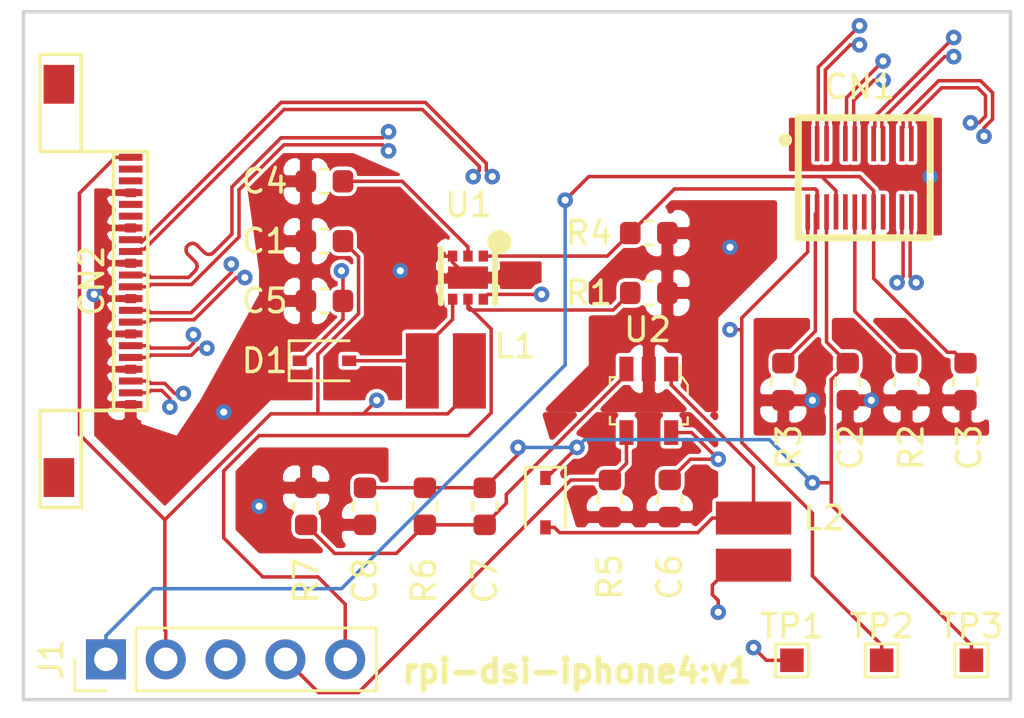
<source format=kicad_pcb>
(kicad_pcb (version 20171130) (host pcbnew "(5.0.0-3-g5ebb6b6)")
  (layers (0 F.Cu signal) (1 In1.Cu signal) (2 In2.Cu signal) (31 B.Cu signal) (35 F.Paste user) (37 F.SilkS user) (39 F.Mask user) (44 Edge.Cuts user))
  (net 0 "")
  (net 1 +3V3)
  (net 2 LCD_PWREN)
  (net 3 "Net-(C7-Pad2)")
  (net 4 GND)
  (net 5 "Net-(D2-Pad2)")
  (net 6 BL_DIM)
  (net 7 "Net-(D1-Pad2)")
  (net 8 "Net-(C4-Pad1)")
  (net 9 LCD_BL_FB)
  (net 10 LCD_BL_A)
  (net 11 DSI_L0_N)
  (net 12 DSI_L0_P)
  (net 13 LCD_PVDD)
  (net 14 +1V8)
  (net 15 DSI_L1_P)
  (net 16 "Net-(CN1-Pad10)")
  (net 17 DSI_L1_N)
  (net 18 /DSI_RESET_N)
  (net 19 "Net-(CN1-Pad14)")
  (net 20 DSI_CLK_P)
  (net 21 DSI_CLK_N)
  (net 22 "Net-(CN1-Pad18)")
  (net 23 DSI_L2_N)
  (net 24 DSI_L3_P)
  (net 25 DSI_L2_P)
  (net 26 DSI_L3_N)
  (net 27 "Net-(CN2-Pad2)")
  (net 28 "Net-(CN2-Pad3)")
  (net 29 "Net-(CN2-Pad5)")
  (net 30 "Net-(CN2-Pad6)")
  (module custom-components:IPHONE4_LCD_CONN (layer F.Cu) (at 171.39 47.64 90)
    (fp_text reference CN1 (at 3.81 0 180) (layer F.SilkS))
    (fp_text value iP4)
    (pad 26 smd rect (at -1.5 2.6 90) (size 1.5 0.2) (layers F.Cu F.Paste F.Mask) (net 4 GND))
    (pad 25 smd rect (at 1.4 2.6 90) (size 1.5 0.2) (layers F.Cu F.Paste F.Mask) (net 4 GND))
    (pad 24 smd rect (at -1.5 2.2 90) (size 1.5 0.2) (layers F.Cu F.Paste F.Mask) (net 26 DSI_L3_N))
    (pad 23 smd rect (at 1.4 2.2 90) (size 1.5 0.2) (layers F.Cu F.Paste F.Mask) (net 25 DSI_L2_P))
    (pad 22 smd rect (at -1.5 1.8 90) (size 1.5 0.2) (layers F.Cu F.Paste F.Mask) (net 24 DSI_L3_P))
    (pad 21 smd rect (at 1.4 1.8 90) (size 1.5 0.2) (layers F.Cu F.Paste F.Mask) (net 23 DSI_L2_N))
    (pad 20 smd rect (at -1.5 1.4 90) (size 1.5 0.2) (layers F.Cu F.Paste F.Mask) (net 4 GND))
    (pad 19 smd rect (at 1.4 1.4 90) (size 1.5 0.2) (layers F.Cu F.Paste F.Mask) (net 4 GND))
    (pad 18 smd rect (at -1.5 1 90) (size 1.5 0.2) (layers F.Cu F.Paste F.Mask) (net 22 "Net-(CN1-Pad18)"))
    (pad 17 smd rect (at 1.4 1 90) (size 1.5 0.2) (layers F.Cu F.Paste F.Mask) (net 21 DSI_CLK_N))
    (pad 16 smd rect (at -1.5 0.6 90) (size 1.5 0.2) (layers F.Cu F.Paste F.Mask) (net 14 +1V8))
    (pad 15 smd rect (at 1.4 0.6 90) (size 1.5 0.2) (layers F.Cu F.Paste F.Mask) (net 20 DSI_CLK_P))
    (pad 14 smd rect (at -1.5 0.2 90) (size 1.5 0.2) (layers F.Cu F.Paste F.Mask) (net 19 "Net-(CN1-Pad14)"))
    (pad 13 smd rect (at 1.4 0.2 90) (size 1.5 0.2) (layers F.Cu F.Paste F.Mask) (net 4 GND))
    (pad 12 smd rect (at -1.5 -0.2 90) (size 1.5 0.2) (layers F.Cu F.Paste F.Mask) (net 18 /DSI_RESET_N))
    (pad 11 smd rect (at 1.4 -0.2 90) (size 1.5 0.2) (layers F.Cu F.Paste F.Mask) (net 17 DSI_L1_N))
    (pad 10 smd rect (at -1.5 -0.6 90) (size 1.5 0.2) (layers F.Cu F.Paste F.Mask) (net 16 "Net-(CN1-Pad10)"))
    (pad 9 smd rect (at 1.4 -0.6 90) (size 1.5 0.2) (layers F.Cu F.Paste F.Mask) (net 15 DSI_L1_P))
    (pad 8 smd rect (at -1.5 -1 90) (size 1.5 0.2) (layers F.Cu F.Paste F.Mask) (net 14 +1V8))
    (pad 7 smd rect (at 1.4 -1 90) (size 1.5 0.2) (layers F.Cu F.Paste F.Mask) (net 4 GND))
    (pad 6 smd rect (at -1.5 -1.4 90) (size 1.5 0.2) (layers F.Cu F.Paste F.Mask) (net 13 LCD_PVDD))
    (pad 5 smd rect (at 1.4 -1.4 90) (size 1.5 0.2) (layers F.Cu F.Paste F.Mask) (net 12 DSI_L0_P))
    (pad 4 smd rect (at -1.5 -1.8 90) (size 1.5 0.2) (layers F.Cu F.Paste F.Mask) (net 9 LCD_BL_FB))
    (pad 3 smd rect (at 1.4 -1.8 90) (size 1.5 0.2) (layers F.Cu F.Paste F.Mask) (net 11 DSI_L0_N))
    (pad 2 smd rect (at -1.5 -2.2 90) (size 1.5 0.2) (layers F.Cu F.Paste F.Mask) (net 10 LCD_BL_A))
    (pad 1 smd rect (at 1.4 -2.2 90) (size 1.5 0.2) (layers F.Cu F.Paste F.Mask) (net 4 GND))
  )
  (module Capacitor_SMD:C_0603_1608Metric (layer F.Cu) (at 150.39 61.64 270)
    (fp_text reference C8 (at 3.155112 0 270) (layer F.SilkS))
    (fp_text value 1uF hide)
    (pad 2 smd roundrect (at 0.7875 0 270) (size 0.875 0.95) (layers F.Cu F.Paste F.Mask) (net 4 GND))
    (pad 1 smd roundrect (at -0.7875 0 270) (size 0.875 0.95) (layers F.Cu F.Paste F.Mask) (net 13 LCD_PVDD))
  )
  (module Capacitor_SMD:C_0603_1608Metric (layer F.Cu) (at 155.474413 61.64 270)
    (fp_text reference C7 (at 3.155112 0 270) (layer F.SilkS))
    (fp_text value 22pF hide)
    (pad 1 smd roundrect (at -0.7875 0 270) (size 0.875 0.95) (layers F.Cu F.Paste F.Mask) (net 13 LCD_PVDD))
    (pad 2 smd roundrect (at 0.7875 0 270) (size 0.875 0.95) (layers F.Cu F.Paste F.Mask) (net 3 "Net-(C7-Pad2)"))
  )
  (module Capacitor_SMD:C_0603_1608Metric (layer F.Cu) (at 163.33 61.31 270)
    (fp_text reference C6 (at 3.33 0 270) (layer F.SilkS))
    (fp_text value 4.7uF hide)
    (pad 2 smd roundrect (at 0.7875 0 270) (size 0.875 0.95) (layers F.Cu F.Paste F.Mask) (net 4 GND))
    (pad 1 smd roundrect (at -0.7875 0 270) (size 0.875 0.95) (layers F.Cu F.Paste F.Mask) (net 1 +3V3))
  )
  (module Capacitor_SMD:C_0603_1608Metric (layer F.Cu) (at 148.6675 52.92 180)
    (fp_text reference C5 (at 2.54 0 180) (layer F.SilkS))
    (fp_text value 1uF)
    (pad 1 smd roundrect (at -0.7875 0 180) (size 0.875 0.95) (layers F.Cu F.Paste F.Mask) (net 10 LCD_BL_A))
    (pad 2 smd roundrect (at 0.7875 0 180) (size 0.875 0.95) (layers F.Cu F.Paste F.Mask) (net 4 GND))
  )
  (module Capacitor_SMD:C_0603_1608Metric (layer F.Cu) (at 148.6675 47.84 180)
    (fp_text reference C4 (at 2.54 0 180) (layer F.SilkS))
    (fp_text value 220nF)
    (pad 2 smd roundrect (at 0.7875 0 180) (size 0.875 0.95) (layers F.Cu F.Paste F.Mask) (net 4 GND))
    (pad 1 smd roundrect (at -0.7875 0 180) (size 0.875 0.95) (layers F.Cu F.Paste F.Mask) (net 8 "Net-(C4-Pad1)"))
  )
  (module Capacitor_SMD:C_0603_1608Metric (layer F.Cu) (at 175.89 56.350386 270)
    (fp_text reference C3 (at 2.789614 -0.155922 270) (layer F.SilkS))
    (fp_text value 100nF)
    (pad 1 smd roundrect (at -0.7875 0 270) (size 0.875 0.95) (layers F.Cu F.Paste F.Mask) (net 14 +1V8))
    (pad 2 smd roundrect (at 0.7875 0 270) (size 0.875 0.95) (layers F.Cu F.Paste F.Mask) (net 4 GND))
  )
  (module Capacitor_SMD:C_0603_1608Metric (layer F.Cu) (at 170.89 56.350386 270)
    (fp_text reference C2 (at 2.789614 -0.115922 270) (layer F.SilkS))
    (fp_text value 100nF)
    (pad 2 smd roundrect (at 0.7875 0 270) (size 0.875 0.95) (layers F.Cu F.Paste F.Mask) (net 4 GND))
    (pad 1 smd roundrect (at -0.7875 0 270) (size 0.875 0.95) (layers F.Cu F.Paste F.Mask) (net 13 LCD_PVDD))
  )
  (module Capacitor_SMD:C_0603_1608Metric (layer F.Cu) (at 148.6675 50.38 180)
    (fp_text reference C1 (at 2.54 0 180) (layer F.SilkS))
    (fp_text value 1uF)
    (pad 1 smd roundrect (at -0.7875 0 180) (size 0.875 0.95) (layers F.Cu F.Paste F.Mask) (net 1 +3V3))
    (pad 2 smd roundrect (at 0.7875 0 180) (size 0.875 0.95) (layers F.Cu F.Paste F.Mask) (net 4 GND))
  )
  (module Connector_PinHeader_2.54mm:PinHeader_1x05_P2.54mm_Vertical (layer F.Cu) (at 139.39 68.14 90)
    (fp_text reference J1 (at 0 -2.33 90) (layer F.SilkS))
    (fp_text value Conn_01x05_Male hide)
    (pad 1 thru_hole rect (at 0 0 90) (size 1.7 1.7) (drill 1) (layers *.Cu *.Mask) (net 14 +1V8))
    (pad 2 thru_hole oval (at 0 2.54 90) (size 1.7 1.7) (drill 1) (layers *.Cu *.Mask) (net 1 +3V3))
    (pad 3 thru_hole oval (at 0 5.08 90) (size 1.7 1.7) (drill 1) (layers *.Cu *.Mask) (net 4 GND))
    (pad 4 thru_hole oval (at 0 7.62 90) (size 1.7 1.7) (drill 1) (layers *.Cu *.Mask) (net 2 LCD_PWREN))
    (pad 5 thru_hole oval (at 0 10.16 90) (size 1.7 1.7) (drill 1) (layers *.Cu *.Mask) (net 6 BL_DIM))
  )
  (module Diode_SMD:D_SOD-323 (layer F.Cu) (at 158.054413 61.484888 270)
    (fp_text reference D2 hide)
    (fp_text value BAS170W hide)
    (pad 2 smd rect (at 1.05 0 270) (size 0.6 0.45) (layers F.Cu F.Paste F.Mask) (net 5 "Net-(D2-Pad2)"))
    (pad 1 smd rect (at -1.05 0 270) (size 0.6 0.45) (layers F.Cu F.Paste F.Mask) (net 13 LCD_PVDD))
  )
  (module Diode_SMD:D_SOD-323 (layer F.Cu) (at 148.6675 55.46)
    (fp_text reference D1 (at -2.54 0) (layer F.SilkS))
    (fp_text value BAS170W hide)
    (pad 1 smd rect (at -1.05 0) (size 0.6 0.45) (layers F.Cu F.Paste F.Mask) (net 10 LCD_BL_A))
    (pad 2 smd rect (at 1.05 0) (size 0.6 0.45) (layers F.Cu F.Paste F.Mask) (net 7 "Net-(D1-Pad2)"))
  )
  (module Resistor_SMD:R_0603_1608Metric (layer F.Cu) (at 147.89 61.64 270)
    (fp_text reference R7 (at 3.155112 0 270) (layer F.SilkS))
    (fp_text value 27k)
    (pad 1 smd roundrect (at -0.7875 0 270) (size 0.875 0.95) (layers F.Cu F.Paste F.Mask) (net 4 GND))
    (pad 2 smd roundrect (at 0.7875 0 270) (size 0.875 0.95) (layers F.Cu F.Paste F.Mask) (net 3 "Net-(C7-Pad2)"))
  )
  (module Resistor_SMD:R_0603_1608Metric (layer F.Cu) (at 152.934413 61.64 270)
    (fp_text reference R6 (at 3.155112 0.044413 270) (layer F.SilkS))
    (fp_text value 100k)
    (pad 2 smd roundrect (at 0.7875 0 270) (size 0.875 0.95) (layers F.Cu F.Paste F.Mask) (net 3 "Net-(C7-Pad2)"))
    (pad 1 smd roundrect (at -0.7875 0 270) (size 0.875 0.95) (layers F.Cu F.Paste F.Mask) (net 13 LCD_PVDD))
  )
  (module Resistor_SMD:R_0603_1608Metric (layer F.Cu) (at 160.79 61.31 270)
    (fp_text reference R5 (at 3.33 0 270) (layer F.SilkS))
    (fp_text value 100k hide)
    (pad 1 smd roundrect (at -0.7875 0 270) (size 0.875 0.95) (layers F.Cu F.Paste F.Mask) (net 2 LCD_PWREN))
    (pad 2 smd roundrect (at 0.7875 0 270) (size 0.875 0.95) (layers F.Cu F.Paste F.Mask) (net 4 GND))
  )
  (module Resistor_SMD:R_0603_1608Metric (layer F.Cu) (at 162.4425 50.04)
    (fp_text reference R4 (at -2.54 0) (layer F.SilkS))
    (fp_text value 10)
    (pad 2 smd roundrect (at 0.7875 0) (size 0.875 0.95) (layers F.Cu F.Paste F.Mask) (net 4 GND))
    (pad 1 smd roundrect (at -0.7875 0) (size 0.875 0.95) (layers F.Cu F.Paste F.Mask) (net 9 LCD_BL_FB))
  )
  (module Resistor_SMD:R_0603_1608Metric (layer F.Cu) (at 168.154078 56.350386 270)
    (fp_text reference R3 (at 2.789614 -0.235922 270) (layer F.SilkS))
    (fp_text value 10)
    (pad 1 smd roundrect (at -0.7875 0 270) (size 0.875 0.95) (layers F.Cu F.Paste F.Mask) (net 9 LCD_BL_FB))
    (pad 2 smd roundrect (at 0.7875 0 270) (size 0.875 0.95) (layers F.Cu F.Paste F.Mask) (net 4 GND))
  )
  (module Resistor_SMD:R_0603_1608Metric (layer F.Cu) (at 173.39 56.350386 90)
    (fp_text reference R2 (at -2.789614 0.195922 90) (layer F.SilkS))
    (fp_text value 3k3)
    (pad 2 smd roundrect (at 0.7875 0 90) (size 0.875 0.95) (layers F.Cu F.Paste F.Mask) (net 18 /DSI_RESET_N))
    (pad 1 smd roundrect (at -0.7875 0 90) (size 0.875 0.95) (layers F.Cu F.Paste F.Mask) (net 4 GND))
  )
  (module Resistor_SMD:R_0603_1608Metric (layer F.Cu) (at 162.4425 52.58)
    (fp_text reference R1 (at -2.54 0) (layer F.SilkS))
    (fp_text value 100k)
    (pad 1 smd roundrect (at -0.7875 0) (size 0.875 0.95) (layers F.Cu F.Paste F.Mask) (net 6 BL_DIM))
    (pad 2 smd roundrect (at 0.7875 0) (size 0.875 0.95) (layers F.Cu F.Paste F.Mask) (net 4 GND))
  )
  (module TestPoint:TestPoint_Pad_1.0x1.0mm (layer F.Cu) (at 176.14 68.18)
    (fp_text reference TP3 (at 0 -1.448) (layer F.SilkS))
    (fp_text value TestPoint hide)
    (pad 1 smd rect (at 0 0) (size 1 1) (layers F.Cu F.Mask) (net 13 LCD_PVDD))
  )
  (module TestPoint:TestPoint_Pad_1.0x1.0mm (layer F.Cu) (at 172.33 68.18)
    (fp_text reference TP2 (at 0 -1.448) (layer F.SilkS))
    (fp_text value TestPoint hide)
    (pad 1 smd rect (at 0 0) (size 1 1) (layers F.Cu F.Mask) (net 10 LCD_BL_A))
  )
  (module TestPoint:TestPoint_Pad_1.0x1.0mm (layer F.Cu) (at 168.52 68.18)
    (fp_text reference TP1 (at 0 -1.448) (layer F.SilkS))
    (fp_text value TestPoint hide)
    (pad 1 smd rect (at 0 0) (size 1 1) (layers F.Cu F.Mask) (net 4 GND))
  )
  (module custom-components:FPC_22 (layer F.Cu) (at 140.44 52.07 270)
    (fp_text reference CN2 (at 0 1.65 270) (layer F.SilkS))
    (fp_text value "Molex 54548-2271")
    (pad 1 smd rect (at -5.25 0 270) (size 0.3 1) (layers F.Cu F.Paste F.Mask) (net 1 +3V3))
    (pad 2 smd rect (at -4.75 0 270) (size 0.3 1) (layers F.Cu F.Paste F.Mask) (net 27 "Net-(CN2-Pad2)"))
    (pad 3 smd rect (at -4.25 0 270) (size 0.3 1) (layers F.Cu F.Paste F.Mask) (net 28 "Net-(CN2-Pad3)"))
    (pad 4 smd rect (at -3.75 0 270) (size 0.3 1) (layers F.Cu F.Paste F.Mask) (net 4 GND))
    (pad 5 smd rect (at -3.25 0 270) (size 0.3 1) (layers F.Cu F.Paste F.Mask) (net 29 "Net-(CN2-Pad5)"))
    (pad 6 smd rect (at -2.75 0 270) (size 0.3 1) (layers F.Cu F.Paste F.Mask) (net 30 "Net-(CN2-Pad6)"))
    (pad 7 smd rect (at -2.25 0 270) (size 0.3 1) (layers F.Cu F.Paste F.Mask) (net 4 GND))
    (pad 8 smd rect (at -1.75 0 270) (size 0.3 1) (layers F.Cu F.Paste F.Mask) (net 24 DSI_L3_P))
    (pad 9 smd rect (at -1.25 0 270) (size 0.3 1) (layers F.Cu F.Paste F.Mask) (net 26 DSI_L3_N))
    (pad 10 smd rect (at -0.75 0 270) (size 0.3 1) (layers F.Cu F.Paste F.Mask) (net 4 GND))
    (pad 11 smd rect (at -0.25 0 270) (size 0.3 1) (layers F.Cu F.Paste F.Mask) (net 25 DSI_L2_P))
    (pad 12 smd rect (at 0.25 0 270) (size 0.3 1) (layers F.Cu F.Paste F.Mask) (net 23 DSI_L2_N))
    (pad 13 smd rect (at 0.75 0 270) (size 0.3 1) (layers F.Cu F.Paste F.Mask) (net 4 GND))
    (pad 14 smd rect (at 1.25 0 270) (size 0.3 1) (layers F.Cu F.Paste F.Mask) (net 20 DSI_CLK_P))
    (pad 15 smd rect (at 1.75 0 270) (size 0.3 1) (layers F.Cu F.Paste F.Mask) (net 21 DSI_CLK_N))
    (pad 16 smd rect (at 2.25 0 270) (size 0.3 1) (layers F.Cu F.Paste F.Mask) (net 4 GND))
    (pad 17 smd rect (at 2.75 0 270) (size 0.3 1) (layers F.Cu F.Paste F.Mask) (net 15 DSI_L1_P))
    (pad 18 smd rect (at 3.25 0 270) (size 0.3 1) (layers F.Cu F.Paste F.Mask) (net 17 DSI_L1_N))
    (pad 19 smd rect (at 3.75 0 270) (size 0.3 1) (layers F.Cu F.Paste F.Mask) (net 4 GND))
    (pad 20 smd rect (at 4.25 0 270) (size 0.3 1) (layers F.Cu F.Paste F.Mask) (net 12 DSI_L0_P))
    (pad 21 smd rect (at 4.75 0 270) (size 0.3 1) (layers F.Cu F.Paste F.Mask) (net 11 DSI_L0_N))
    (pad 22 smd rect (at 5.25 0 270) (size 0.3 1) (layers F.Cu F.Paste F.Mask) (net 4 GND))
    (pad 0 smd rect (at -8.35 3.05 270) (size 1.65 1.3) (layers F.Cu F.Paste F.Mask))
    (pad 0 smd rect (at 8.35 3.05 270) (size 1.65 1.3) (layers F.Cu F.Paste F.Mask))
  )
  (module custom-components:IND_PANASONIC_ELLVEG (layer F.Cu) (at 166.89 64.14 90)
    (fp_text reference L2 (at 2 3 180) (layer F.SilkS))
    (fp_text value 4.7uH)
    (pad 2 smd rect (at 2 0 90) (size 1.4 3.2) (layers F.Cu F.Paste F.Mask) (net 5 "Net-(D2-Pad2)"))
    (pad 1 smd rect (at 0 0 90) (size 1.4 3.2) (layers F.Cu F.Paste F.Mask) (net 1 +3V3))
  )
  (module custom-components:IND_PANASONIC_ELLVEG (layer F.Cu) (at 154.8225 55.89 180)
    (fp_text reference L1 (at -1.95 1.05 180) (layer F.SilkS))
    (fp_text value 22uH)
    (pad 1 smd rect (at 0 0 180) (size 1.4 3.2) (layers F.Cu F.Paste F.Mask) (net 1 +3V3))
    (pad 2 smd rect (at 2 0 180) (size 1.4 3.2) (layers F.Cu F.Paste F.Mask) (net 7 "Net-(D1-Pad2)"))
  )
  (module custom-components:UDFN6_2X2_065P (layer F.Cu) (at 155.4125 51.015 270)
    (fp_text reference U1 (at -2.175 0.62) (layer F.SilkS))
    (fp_text value LV52204 hide)
    (pad 6 smd rect (at 1.83 0) (size 0.4 0.47) (layers F.Cu F.Paste F.Mask) (net 1 +3V3))
    (pad 5 smd rect (at 1.83 0.65) (size 0.4 0.47) (layers F.Cu F.Paste F.Mask) (net 6 BL_DIM))
    (pad 4 smd rect (at 1.83 1.3) (size 0.4 0.47) (layers F.Cu F.Paste F.Mask) (net 7 "Net-(D1-Pad2)"))
    (pad 3 smd rect (at 0 1.3) (size 0.4 0.47) (layers F.Cu F.Paste F.Mask) (net 4 GND))
    (pad 2 smd rect (at 0 0.65) (size 0.4 0.47) (layers F.Cu F.Paste F.Mask) (net 8 "Net-(C4-Pad1)"))
    (pad 1 smd rect (at 0 0) (size 0.4 0.47) (layers F.Cu F.Paste F.Mask) (net 9 LCD_BL_FB))
    (pad 7 smd rect (at 0.915 0.65 90) (size 0.95 1.7) (layers F.Cu F.Paste F.Mask) (net 4 GND))
  )
  (module digikey-footprints:SOT-753 (layer F.Cu) (at 162.4425 57.16 180)
    (fp_text reference U2 (at 0.0525 3.02) (layer F.SilkS))
    (fp_text value TPS61040DBVR hide)
    (pad 5 smd rect (at -0.95 -1.35 180) (size 0.6 1.05) (layers F.Cu F.Paste F.Mask) (net 1 +3V3))
    (pad 4 smd rect (at 0.95 -1.35 180) (size 0.6 1.05) (layers F.Cu F.Paste F.Mask) (net 2 LCD_PWREN))
    (pad 3 smd rect (at 0.95 1.35 180) (size 0.6 1.05) (layers F.Cu F.Paste F.Mask) (net 3 "Net-(C7-Pad2)"))
    (pad 2 smd rect (at 0 1.35 180) (size 0.6 1.05) (layers F.Cu F.Paste F.Mask) (net 4 GND))
    (pad 1 smd rect (at -0.95 1.35 180) (size 0.6 1.05) (layers F.Cu F.Paste F.Mask) (net 5 "Net-(D2-Pad2)"))
  )
  (gr_text rpi-dsi-iphone4:v1 (at 159.39 68.64) (layer F.SilkS) (effects (font (size 1 1) (thickness 0.25))))
  (gr_line (start 177.8 40.64) (end 135.89 40.64) (layer Edge.Cuts) (width 0.15))
  (gr_line (start 177.8 69.85) (end 177.8 40.64) (layer Edge.Cuts) (width 0.15))
  (gr_line (start 135.89 69.85) (end 177.8 69.85) (layer Edge.Cuts) (width 0.15))
  (gr_line (start 135.89 40.64) (end 135.89 69.85) (layer Edge.Cuts) (width 0.15))
  (segment (start 141.93 66.937919) (end 141.89 66.897919) (width 0.15) (layer F.Cu) (net 1))
  (segment (start 141.93 68.14) (end 141.93 66.937919) (width 0.15) (layer F.Cu) (net 1))
  (segment (start 154.8225 56.79) (end 154.8225 55.89) (width 0.15) (layer F.Cu) (net 1))
  (segment (start 153.897499 57.715001) (end 154.8225 56.79) (width 0.15) (layer F.Cu) (net 1))
  (segment (start 141.89 62.215722) (end 146.390721 57.715001) (width 0.15) (layer F.Cu) (net 1))
  (segment (start 141.89 66.897919) (end 141.89 62.215722) (width 0.15) (layer F.Cu) (net 1))
  (segment (start 139.79 46.82) (end 140.44 46.82) (width 0.15) (layer F.Cu) (net 1))
  (segment (start 138.265001 48.344999) (end 139.79 46.82) (width 0.15) (layer F.Cu) (net 1))
  (segment (start 138.265001 58.590723) (end 138.265001 48.344999) (width 0.15) (layer F.Cu) (net 1))
  (segment (start 141.89 62.215722) (end 138.265001 58.590723) (width 0.15) (layer F.Cu) (net 1))
  (via (at 150.89 57.14) (size 0.66) (drill 0.3) (layers F.Cu B.Cu) (net 1))
  (segment (start 149.89 57.715001) (end 150.314999 57.715001) (width 0.15) (layer F.Cu) (net 1))
  (segment (start 150.314999 57.715001) (end 150.89 57.14) (width 0.15) (layer F.Cu) (net 1))
  (segment (start 149.89 57.715001) (end 153.897499 57.715001) (width 0.15) (layer F.Cu) (net 1))
  (segment (start 150.11751 51.04251) (end 149.455 50.38) (width 0.15) (layer F.Cu) (net 1))
  (segment (start 150.11751 53.459268) (end 150.11751 51.04251) (width 0.15) (layer F.Cu) (net 1))
  (segment (start 148.39 55.186778) (end 150.11751 53.459268) (width 0.15) (layer F.Cu) (net 1))
  (segment (start 148.39 57.715001) (end 148.39 55.186778) (width 0.15) (layer F.Cu) (net 1))
  (segment (start 146.390721 57.715001) (end 148.39 57.715001) (width 0.15) (layer F.Cu) (net 1))
  (segment (start 148.39 57.715001) (end 149.89 57.715001) (width 0.15) (layer F.Cu) (net 1))
  (via (at 157.89 52.64) (size 0.66) (drill 0.3) (layers F.Cu B.Cu) (net 1))
  (segment (start 155.6175 52.64) (end 155.4125 52.845) (width 0.15) (layer F.Cu) (net 1))
  (segment (start 157.89 52.64) (end 155.6175 52.64) (width 0.15) (layer F.Cu) (net 1))
  (via (at 165.39 59.64) (size 0.66) (drill 0.3) (layers F.Cu B.Cu) (net 1))
  (segment (start 164.26 58.51) (end 163.3925 58.51) (width 0.15) (layer F.Cu) (net 1))
  (segment (start 165.39 59.64) (end 164.26 58.51) (width 0.15) (layer F.Cu) (net 1))
  (segment (start 164.2125 59.64) (end 163.33 60.5225) (width 0.15) (layer F.Cu) (net 1))
  (segment (start 165.39 59.64) (end 164.2125 59.64) (width 0.15) (layer F.Cu) (net 1))
  (via (at 165.39 66.14) (size 0.66) (drill 0.3) (layers F.Cu B.Cu) (net 1))
  (segment (start 165.99 64.14) (end 166.89 64.14) (width 0.15) (layer F.Cu) (net 1))
  (segment (start 165.14 64.99) (end 165.99 64.14) (width 0.15) (layer F.Cu) (net 1))
  (segment (start 165.14 65.39) (end 165.14 64.99) (width 0.15) (layer F.Cu) (net 1))
  (segment (start 165.39 65.64) (end 165.14 65.39) (width 0.15) (layer F.Cu) (net 1))
  (segment (start 165.39 66.14) (end 165.39 65.64) (width 0.15) (layer F.Cu) (net 1))
  (segment (start 161.4925 59.82) (end 160.79 60.5225) (width 0.15) (layer F.Cu) (net 2))
  (segment (start 161.4925 58.51) (end 161.4925 59.82) (width 0.15) (layer F.Cu) (net 2))
  (segment (start 159.136799 60.5225) (end 160.79 60.5225) (width 0.15) (layer F.Cu) (net 2))
  (segment (start 150.109309 69.54999) (end 159.136799 60.5225) (width 0.15) (layer F.Cu) (net 2))
  (segment (start 148.41999 69.54999) (end 150.109309 69.54999) (width 0.15) (layer F.Cu) (net 2))
  (segment (start 147.01 68.14) (end 148.41999 69.54999) (width 0.15) (layer F.Cu) (net 2))
  (segment (start 151.721913 63.64) (end 152.934413 62.4275) (width 0.15) (layer F.Cu) (net 3))
  (segment (start 149.1025 63.64) (end 151.721913 63.64) (width 0.15) (layer F.Cu) (net 3))
  (segment (start 147.89 62.4275) (end 149.1025 63.64) (width 0.15) (layer F.Cu) (net 3))
  (segment (start 152.934413 62.4275) (end 155.474413 62.4275) (width 0.15) (layer F.Cu) (net 3))
  (segment (start 156.39 61.1375) (end 161.4925 56.035) (width 0.15) (layer F.Cu) (net 3))
  (segment (start 156.39 61.511913) (end 156.39 61.1375) (width 0.15) (layer F.Cu) (net 3))
  (segment (start 161.4925 56.035) (end 161.4925 55.81) (width 0.15) (layer F.Cu) (net 3))
  (segment (start 155.474413 62.4275) (end 156.39 61.511913) (width 0.15) (layer F.Cu) (net 3))
  (segment (start 153.7625 51.015) (end 153.39 50.6425) (width 0.15) (layer F.Cu) (net 4))
  (segment (start 154.1125 51.015) (end 153.7625 51.015) (width 0.15) (layer F.Cu) (net 4))
  (segment (start 154.1125 51.28) (end 154.7625 51.93) (width 0.15) (layer F.Cu) (net 4))
  (segment (start 154.1125 51.015) (end 154.1125 51.28) (width 0.15) (layer F.Cu) (net 4))
  (via (at 138.89 52.64) (size 0.66) (drill 0.3) (layers F.Cu B.Cu) (net 4))
  (via (at 151.89 51.64) (size 0.66) (drill 0.3) (layers F.Cu B.Cu) (net 4))
  (via (at 144.39 57.64) (size 0.66) (drill 0.3) (layers F.Cu B.Cu) (net 4))
  (via (at 145.89 61.64) (size 0.66) (drill 0.3) (layers F.Cu B.Cu) (net 4))
  (via (at 166.89 67.64) (size 0.66) (drill 0.3) (layers F.Cu B.Cu) (net 4))
  (segment (start 167.43 68.18) (end 166.89 67.64) (width 0.15) (layer F.Cu) (net 4))
  (segment (start 168.52 68.18) (end 167.43 68.18) (width 0.15) (layer F.Cu) (net 4))
  (via (at 165.89 50.64) (size 0.66) (drill 0.3) (layers F.Cu B.Cu) (net 4))
  (via (at 169.39 57.14) (size 0.66) (drill 0.3) (layers F.Cu B.Cu) (net 4))
  (via (at 171.89 57.14) (size 0.66) (drill 0.3) (layers F.Cu B.Cu) (net 4))
  (via (at 174.39 47.64) (size 0.66) (drill 0.3) (layers F.Cu B.Cu) (net 4))
  (segment (start 166.89 59.9825) (end 166.89 62.14) (width 0.15) (layer F.Cu) (net 5))
  (segment (start 163.3925 56.485) (end 166.89 59.9825) (width 0.15) (layer F.Cu) (net 5))
  (segment (start 163.3925 55.81) (end 163.3925 56.485) (width 0.15) (layer F.Cu) (net 5))
  (segment (start 158.429413 62.534888) (end 158.054413 62.534888) (width 0.15) (layer F.Cu) (net 5))
  (segment (start 158.654535 62.76001) (end 158.429413 62.534888) (width 0.15) (layer F.Cu) (net 5))
  (segment (start 164.51999 62.76001) (end 158.654535 62.76001) (width 0.15) (layer F.Cu) (net 5))
  (segment (start 165.14 62.14) (end 164.51999 62.76001) (width 0.15) (layer F.Cu) (net 5))
  (segment (start 166.89 62.14) (end 165.14 62.14) (width 0.15) (layer F.Cu) (net 5))
  (segment (start 154.7625 53.23) (end 154.7625 52.845) (width 0.15) (layer F.Cu) (net 6))
  (segment (start 154.837501 53.305001) (end 154.7625 53.23) (width 0.15) (layer F.Cu) (net 6))
  (segment (start 160.929999 53.305001) (end 154.837501 53.305001) (width 0.15) (layer F.Cu) (net 6))
  (segment (start 161.655 52.58) (end 160.929999 53.305001) (width 0.15) (layer F.Cu) (net 6))
  (segment (start 155.747501 57.670001) (end 154.777502 58.64) (width 0.15) (layer F.Cu) (net 6))
  (segment (start 155.747501 54.109999) (end 155.747501 57.670001) (width 0.15) (layer F.Cu) (net 6))
  (segment (start 154.7625 53.124998) (end 155.747501 54.109999) (width 0.15) (layer F.Cu) (net 6))
  (segment (start 154.7625 52.845) (end 154.7625 53.124998) (width 0.15) (layer F.Cu) (net 6))
  (segment (start 154.777502 58.64) (end 145.89 58.64) (width 0.15) (layer F.Cu) (net 6))
  (segment (start 145.89 58.64) (end 144.39 60.14) (width 0.15) (layer F.Cu) (net 6))
  (segment (start 144.39 62.98) (end 146.05 64.64) (width 0.15) (layer F.Cu) (net 6))
  (segment (start 144.39 60.14) (end 144.39 62.98) (width 0.15) (layer F.Cu) (net 6))
  (segment (start 146.05 64.64) (end 148.39 64.64) (width 0.15) (layer F.Cu) (net 6))
  (segment (start 149.55 65.8) (end 149.55 68.14) (width 0.15) (layer F.Cu) (net 6))
  (segment (start 148.39 64.64) (end 149.55 65.8) (width 0.15) (layer F.Cu) (net 6))
  (segment (start 152.3925 55.46) (end 152.8225 55.89) (width 0.15) (layer F.Cu) (net 7))
  (segment (start 149.7175 55.46) (end 152.3925 55.46) (width 0.15) (layer F.Cu) (net 7))
  (segment (start 152.8225 54.99) (end 152.8225 55.89) (width 0.15) (layer F.Cu) (net 7))
  (segment (start 154.1125 53.7) (end 152.8225 54.99) (width 0.15) (layer F.Cu) (net 7))
  (segment (start 154.1125 52.845) (end 154.1125 53.7) (width 0.15) (layer F.Cu) (net 7))
  (segment (start 154.7625 50.63) (end 154.7625 51.015) (width 0.15) (layer F.Cu) (net 8))
  (segment (start 151.9725 47.84) (end 154.7625 50.63) (width 0.15) (layer F.Cu) (net 8))
  (segment (start 149.455 47.84) (end 151.9725 47.84) (width 0.15) (layer F.Cu) (net 8))
  (segment (start 160.68 51.015) (end 161.655 50.04) (width 0.15) (layer F.Cu) (net 9))
  (segment (start 155.4125 51.015) (end 160.68 51.015) (width 0.15) (layer F.Cu) (net 9))
  (segment (start 169.59 48.24) (end 169.59 49.14) (width 0.15) (layer F.Cu) (net 9))
  (segment (start 163.530001 48.164999) (end 169.514999 48.164999) (width 0.15) (layer F.Cu) (net 9))
  (segment (start 169.514999 48.164999) (end 169.59 48.24) (width 0.15) (layer F.Cu) (net 9))
  (segment (start 161.655 50.04) (end 163.530001 48.164999) (width 0.15) (layer F.Cu) (net 9))
  (segment (start 169.515001 54.201963) (end 169.515001 49.214999) (width 0.15) (layer F.Cu) (net 9))
  (segment (start 169.515001 49.214999) (end 169.59 49.14) (width 0.15) (layer F.Cu) (net 9))
  (segment (start 168.154078 55.562886) (end 169.515001 54.201963) (width 0.15) (layer F.Cu) (net 9))
  (segment (start 149.455 53.6975) (end 147.6925 55.46) (width 0.15) (layer F.Cu) (net 10))
  (segment (start 147.6925 55.46) (end 147.6175 55.46) (width 0.15) (layer F.Cu) (net 10))
  (segment (start 149.455 52.92) (end 149.455 53.6975) (width 0.15) (layer F.Cu) (net 10))
  (segment (start 169.39 61.934998) (end 166.39 58.934998) (width 0.15) (layer F.Cu) (net 10))
  (segment (start 169.19 50.84) (end 169.19 49.14) (width 0.15) (layer F.Cu) (net 10))
  (segment (start 166.39 53.64) (end 169.19 50.84) (width 0.15) (layer F.Cu) (net 10))
  (segment (start 169.39 64.59) (end 169.39 61.934998) (width 0.15) (layer F.Cu) (net 10))
  (segment (start 172.33 67.53) (end 169.39 64.59) (width 0.15) (layer F.Cu) (net 10))
  (segment (start 172.33 68.18) (end 172.33 67.53) (width 0.15) (layer F.Cu) (net 10))
  (via (at 149.39 51.64) (size 0.66) (drill 0.3) (layers F.Cu B.Cu) (net 10))
  (segment (start 149.455 51.705) (end 149.39 51.64) (width 0.15) (layer F.Cu) (net 10))
  (segment (start 149.455 52.92) (end 149.455 51.705) (width 0.15) (layer F.Cu) (net 10))
  (via (at 165.89 54.14) (size 0.66) (drill 0.3) (layers F.Cu B.Cu) (net 10))
  (segment (start 165.89 54.14) (end 166.39 54.14) (width 0.15) (layer F.Cu) (net 10))
  (segment (start 166.39 54.14) (end 166.39 53.64) (width 0.15) (layer F.Cu) (net 10))
  (segment (start 166.39 58.934998) (end 166.39 54.14) (width 0.15) (layer F.Cu) (net 10))
  (segment (start 142.103621 57.065754) (end 142.103621 57.426379) (width 0.15) (layer F.Cu) (net 11))
  (segment (start 141.757867 56.72) (end 142.103621 57.065754) (width 0.15) (layer F.Cu) (net 11))
  (segment (start 141.290001 56.72) (end 141.757867 56.72) (width 0.15) (layer F.Cu) (net 11))
  (segment (start 141.190001 56.82) (end 141.290001 56.72) (width 0.15) (layer F.Cu) (net 11))
  (via (at 142.103621 57.426379) (size 0.66) (drill 0.3) (layers F.Cu B.Cu) (net 11))
  (segment (start 140.44 56.82) (end 141.190001 56.82) (width 0.15) (layer F.Cu) (net 11))
  (via (at 171.39 41.235) (size 0.66) (drill 0.3) (layers F.Cu B.Cu) (net 11))
  (segment (start 169.59 45.114999) (end 169.59 46.24) (width 0.15) (layer F.Cu) (net 11))
  (segment (start 169.64 45.064999) (end 169.59 45.114999) (width 0.15) (layer F.Cu) (net 11))
  (segment (start 169.64 42.985) (end 169.64 45.064999) (width 0.15) (layer F.Cu) (net 11))
  (segment (start 171.39 41.235) (end 169.64 42.985) (width 0.15) (layer F.Cu) (net 11))
  (segment (start 142.315754 56.853621) (end 142.676379 56.853621) (width 0.15) (layer F.Cu) (net 12))
  (segment (start 141.290001 56.42) (end 141.882133 56.42) (width 0.15) (layer F.Cu) (net 12))
  (segment (start 141.882133 56.42) (end 142.315754 56.853621) (width 0.15) (layer F.Cu) (net 12))
  (segment (start 141.190001 56.32) (end 141.290001 56.42) (width 0.15) (layer F.Cu) (net 12))
  (segment (start 140.44 56.32) (end 141.190001 56.32) (width 0.15) (layer F.Cu) (net 12))
  (via (at 142.676379 56.853621) (size 0.66) (drill 0.3) (layers F.Cu B.Cu) (net 12))
  (via (at 171.39 42.045) (size 0.66) (drill 0.3) (layers F.Cu B.Cu) (net 12))
  (segment (start 169.94 45.064999) (end 169.99 45.114999) (width 0.15) (layer F.Cu) (net 12))
  (segment (start 169.99 45.114999) (end 169.99 46.24) (width 0.15) (layer F.Cu) (net 12))
  (segment (start 169.94 43.109265) (end 169.94 45.064999) (width 0.15) (layer F.Cu) (net 12))
  (segment (start 171.004265 42.045) (end 169.94 43.109265) (width 0.15) (layer F.Cu) (net 12))
  (segment (start 171.39 42.045) (end 171.004265 42.045) (width 0.15) (layer F.Cu) (net 12))
  (segment (start 170.18999 56.262896) (end 170.89 55.562886) (width 0.15) (layer F.Cu) (net 13))
  (segment (start 169.99 54.662886) (end 169.99 49.14) (width 0.15) (layer F.Cu) (net 13))
  (segment (start 170.89 55.562886) (end 169.99 54.662886) (width 0.15) (layer F.Cu) (net 13))
  (segment (start 152.779301 60.8525) (end 152.934413 60.697388) (width 0.15) (layer F.Cu) (net 13))
  (segment (start 150.39 60.8525) (end 152.934413 60.8525) (width 0.15) (layer F.Cu) (net 13))
  (segment (start 152.934413 60.8525) (end 155.474413 60.8525) (width 0.15) (layer F.Cu) (net 13))
  (segment (start 176.14 68.18) (end 176.14 67.53) (width 0.15) (layer F.Cu) (net 13))
  (segment (start 170.18999 60.14) (end 170.18999 56.262896) (width 0.15) (layer F.Cu) (net 13))
  (segment (start 176.14 67.53) (end 170.18999 61.57999) (width 0.15) (layer F.Cu) (net 13))
  (segment (start 170.18999 60.43999) (end 170.18999 60.14) (width 0.15) (layer F.Cu) (net 13))
  (via (at 156.89 59.14) (size 0.66) (drill 0.3) (layers F.Cu B.Cu) (net 13))
  (segment (start 156.89 59.436913) (end 156.89 59.14) (width 0.15) (layer F.Cu) (net 13))
  (segment (start 155.474413 60.8525) (end 156.89 59.436913) (width 0.15) (layer F.Cu) (net 13))
  (via (at 159.39 59.14) (size 0.66) (drill 0.3) (layers F.Cu B.Cu) (net 13))
  (segment (start 156.89 59.14) (end 159.39 59.14) (width 0.15) (layer B.Cu) (net 13))
  (segment (start 158.095112 60.434888) (end 158.054413 60.434888) (width 0.15) (layer F.Cu) (net 13))
  (segment (start 159.39 59.14) (end 158.095112 60.434888) (width 0.15) (layer F.Cu) (net 13))
  (segment (start 159.719999 58.810001) (end 167.560001 58.810001) (width 0.15) (layer B.Cu) (net 13))
  (via (at 169.39 60.64) (size 0.66) (drill 0.3) (layers F.Cu B.Cu) (net 13))
  (segment (start 167.560001 58.810001) (end 169.39 60.64) (width 0.15) (layer B.Cu) (net 13))
  (segment (start 159.39 59.14) (end 159.719999 58.810001) (width 0.15) (layer B.Cu) (net 13))
  (segment (start 169.39 60.64) (end 170.18999 60.64) (width 0.15) (layer F.Cu) (net 13))
  (segment (start 170.18999 60.64) (end 170.18999 60.14) (width 0.15) (layer F.Cu) (net 13))
  (segment (start 170.18999 61.57999) (end 170.18999 60.64) (width 0.15) (layer F.Cu) (net 13))
  (via (at 158.89 48.64) (size 0.66) (drill 0.3) (layers F.Cu B.Cu) (net 14))
  (segment (start 170.39 48.24) (end 170.39 49.14) (width 0.15) (layer F.Cu) (net 14))
  (segment (start 169.79 47.64) (end 170.39 48.24) (width 0.15) (layer F.Cu) (net 14))
  (segment (start 159.89 47.64) (end 169.79 47.64) (width 0.15) (layer F.Cu) (net 14))
  (segment (start 158.89 48.64) (end 159.89 47.64) (width 0.15) (layer F.Cu) (net 14))
  (segment (start 171.99 48.24) (end 171.99 49.14) (width 0.15) (layer F.Cu) (net 14))
  (segment (start 171.39 47.64) (end 171.99 48.24) (width 0.15) (layer F.Cu) (net 14))
  (segment (start 169.79 47.64) (end 171.39 47.64) (width 0.15) (layer F.Cu) (net 14))
  (segment (start 175.428388 55.101274) (end 175.89 55.562886) (width 0.15) (layer F.Cu) (net 14))
  (segment (start 175.124872 55.101274) (end 175.428388 55.101274) (width 0.15) (layer F.Cu) (net 14))
  (segment (start 171.99 51.966402) (end 175.124872 55.101274) (width 0.15) (layer F.Cu) (net 14))
  (segment (start 171.99 49.14) (end 171.99 51.966402) (width 0.15) (layer F.Cu) (net 14))
  (segment (start 158.89 55.64) (end 158.89 48.64) (width 0.15) (layer B.Cu) (net 14))
  (segment (start 149.39 65.14) (end 158.89 55.64) (width 0.15) (layer B.Cu) (net 14))
  (segment (start 141.39 65.14) (end 149.39 65.14) (width 0.15) (layer B.Cu) (net 14))
  (segment (start 139.39 67.14) (end 141.39 65.14) (width 0.15) (layer B.Cu) (net 14))
  (segment (start 139.39 68.14) (end 139.39 67.14) (width 0.15) (layer B.Cu) (net 14))
  (segment (start 142.897867 54.92) (end 143.103621 54.714246) (width 0.15) (layer F.Cu) (net 15))
  (segment (start 140.44 54.82) (end 141.190001 54.82) (width 0.15) (layer F.Cu) (net 15))
  (segment (start 141.290001 54.92) (end 142.897867 54.92) (width 0.15) (layer F.Cu) (net 15))
  (segment (start 141.190001 54.82) (end 141.290001 54.92) (width 0.15) (layer F.Cu) (net 15))
  (via (at 143.103621 54.353621) (size 0.66) (drill 0.3) (layers F.Cu B.Cu) (net 15))
  (segment (start 143.103621 54.714246) (end 143.103621 54.353621) (width 0.15) (layer F.Cu) (net 15))
  (via (at 172.39 42.735) (size 0.66) (drill 0.3) (layers F.Cu B.Cu) (net 15))
  (segment (start 170.79 45.114999) (end 170.79 46.24) (width 0.15) (layer F.Cu) (net 15))
  (segment (start 172.39 42.735) (end 170.84 44.285) (width 0.15) (layer F.Cu) (net 15))
  (segment (start 170.84 44.285) (end 170.84 45.064999) (width 0.15) (layer F.Cu) (net 15))
  (segment (start 170.84 45.064999) (end 170.79 45.114999) (width 0.15) (layer F.Cu) (net 15))
  (segment (start 143.315754 54.926379) (end 143.676379 54.926379) (width 0.15) (layer F.Cu) (net 17))
  (segment (start 143.022133 55.22) (end 143.315754 54.926379) (width 0.15) (layer F.Cu) (net 17))
  (segment (start 141.190001 55.32) (end 141.290001 55.22) (width 0.15) (layer F.Cu) (net 17))
  (segment (start 141.290001 55.22) (end 143.022133 55.22) (width 0.15) (layer F.Cu) (net 17))
  (segment (start 140.44 55.32) (end 141.190001 55.32) (width 0.15) (layer F.Cu) (net 17))
  (via (at 143.676379 54.926379) (size 0.66) (drill 0.3) (layers F.Cu B.Cu) (net 17))
  (via (at 172.39 43.545) (size 0.66) (drill 0.3) (layers F.Cu B.Cu) (net 17))
  (segment (start 171.19 45.114999) (end 171.19 46.24) (width 0.15) (layer F.Cu) (net 17))
  (segment (start 172.39 43.545) (end 172.004265 43.545) (width 0.15) (layer F.Cu) (net 17))
  (segment (start 171.14 45.064999) (end 171.19 45.114999) (width 0.15) (layer F.Cu) (net 17))
  (segment (start 171.14 44.409265) (end 171.14 45.064999) (width 0.15) (layer F.Cu) (net 17))
  (segment (start 172.004265 43.545) (end 171.14 44.409265) (width 0.15) (layer F.Cu) (net 17))
  (segment (start 171.19 53.362886) (end 171.19 49.14) (width 0.15) (layer F.Cu) (net 18))
  (segment (start 173.39 55.562886) (end 171.19 53.362886) (width 0.15) (layer F.Cu) (net 18))
  (segment (start 144.713621 51.714246) (end 144.713621 51.353621) (width 0.15) (layer F.Cu) (net 20))
  (segment (start 140.44 53.32) (end 141.190001 53.32) (width 0.15) (layer F.Cu) (net 20))
  (segment (start 141.190001 53.32) (end 141.290001 53.42) (width 0.15) (layer F.Cu) (net 20))
  (segment (start 141.290001 53.42) (end 143.007867 53.42) (width 0.15) (layer F.Cu) (net 20))
  (segment (start 143.007867 53.42) (end 144.713621 51.714246) (width 0.15) (layer F.Cu) (net 20))
  (via (at 144.713621 51.353621) (size 0.66) (drill 0.3) (layers F.Cu B.Cu) (net 20))
  (via (at 175.39 41.735) (size 0.66) (drill 0.3) (layers F.Cu B.Cu) (net 20))
  (segment (start 171.99 45.59) (end 171.99 46.24) (width 0.15) (layer F.Cu) (net 20))
  (segment (start 172.04 45.54) (end 171.99 45.59) (width 0.15) (layer F.Cu) (net 20))
  (segment (start 172.04 45.085) (end 172.04 45.54) (width 0.15) (layer F.Cu) (net 20))
  (segment (start 175.39 41.735) (end 172.04 45.085) (width 0.15) (layer F.Cu) (net 20))
  (segment (start 141.190001 53.82) (end 141.290001 53.72) (width 0.15) (layer F.Cu) (net 21))
  (segment (start 143.132133 53.72) (end 144.925754 51.926379) (width 0.15) (layer F.Cu) (net 21))
  (segment (start 141.290001 53.72) (end 143.132133 53.72) (width 0.15) (layer F.Cu) (net 21))
  (segment (start 140.44 53.82) (end 141.190001 53.82) (width 0.15) (layer F.Cu) (net 21))
  (segment (start 144.925754 51.926379) (end 145.286379 51.926379) (width 0.15) (layer F.Cu) (net 21))
  (via (at 145.286379 51.926379) (size 0.66) (drill 0.3) (layers F.Cu B.Cu) (net 21))
  (via (at 175.39 42.545) (size 0.66) (drill 0.3) (layers F.Cu B.Cu) (net 21))
  (segment (start 175.39 42.545) (end 175.004265 42.545) (width 0.15) (layer F.Cu) (net 21))
  (segment (start 175.004265 42.545) (end 172.34 45.209265) (width 0.15) (layer F.Cu) (net 21))
  (segment (start 172.39 45.59) (end 172.39 46.24) (width 0.15) (layer F.Cu) (net 21))
  (segment (start 172.34 45.209265) (end 172.34 45.54) (width 0.15) (layer F.Cu) (net 21))
  (segment (start 172.34 45.54) (end 172.39 45.59) (width 0.15) (layer F.Cu) (net 21))
  (segment (start 141.290001 52.22) (end 143.022134 52.22) (width 0.15) (layer F.Cu) (net 23))
  (segment (start 141.190001 52.32) (end 141.290001 52.22) (width 0.15) (layer F.Cu) (net 23))
  (segment (start 140.44 52.32) (end 141.190001 52.32) (width 0.15) (layer F.Cu) (net 23))
  (segment (start 143.022134 52.22) (end 145.04 50.202134) (width 0.15) (layer F.Cu) (net 23))
  (segment (start 145.04 50.202134) (end 145.04 48.202134) (width 0.15) (layer F.Cu) (net 23))
  (segment (start 151.135 46.29) (end 151.39 46.545) (width 0.15) (layer F.Cu) (net 23))
  (segment (start 146.952134 46.29) (end 151.135 46.29) (width 0.15) (layer F.Cu) (net 23))
  (segment (start 145.04 48.202134) (end 146.952134 46.29) (width 0.15) (layer F.Cu) (net 23))
  (via (at 151.39 46.545) (size 0.66) (drill 0.3) (layers F.Cu B.Cu) (net 23))
  (via (at 176.676379 45.926379) (size 0.66) (drill 0.3) (layers F.Cu B.Cu) (net 23))
  (segment (start 176.676379 45.565754) (end 177.04 45.202133) (width 0.15) (layer F.Cu) (net 23))
  (segment (start 176.676379 45.926379) (end 176.676379 45.565754) (width 0.15) (layer F.Cu) (net 23))
  (segment (start 177.04 45.202133) (end 177.04 44.077866) (width 0.15) (layer F.Cu) (net 23))
  (segment (start 177.04 44.077866) (end 176.529965 43.567831) (width 0.15) (layer F.Cu) (net 23))
  (segment (start 176.529965 43.567831) (end 174.750035 43.567831) (width 0.15) (layer F.Cu) (net 23))
  (segment (start 173.19 45.59) (end 173.19 46.24) (width 0.15) (layer F.Cu) (net 23))
  (segment (start 173.24 45.077866) (end 173.24 45.54) (width 0.15) (layer F.Cu) (net 23))
  (segment (start 173.24 45.54) (end 173.19 45.59) (width 0.15) (layer F.Cu) (net 23))
  (segment (start 174.750035 43.567831) (end 173.24 45.077866) (width 0.15) (layer F.Cu) (net 23))
  (segment (start 140.89 50.42) (end 140.897866 50.42) (width 0.15) (layer F.Cu) (net 24))
  (segment (start 140.79 50.32) (end 140.89 50.42) (width 0.15) (layer F.Cu) (net 24))
  (segment (start 140.44 50.32) (end 140.79 50.32) (width 0.15) (layer F.Cu) (net 24))
  (segment (start 140.897866 50.42) (end 146.827866 44.49) (width 0.15) (layer F.Cu) (net 24))
  (segment (start 146.827866 44.49) (end 152.952134 44.49) (width 0.15) (layer F.Cu) (net 24))
  (segment (start 155.54 47.077866) (end 155.54 47.385) (width 0.15) (layer F.Cu) (net 24))
  (segment (start 152.952134 44.49) (end 155.54 47.077866) (width 0.15) (layer F.Cu) (net 24))
  (segment (start 155.54 47.385) (end 155.795 47.64) (width 0.15) (layer F.Cu) (net 24))
  (via (at 155.795 47.64) (size 0.66) (drill 0.3) (layers F.Cu B.Cu) (net 24))
  (via (at 172.985 52.14) (size 0.66) (drill 0.3) (layers F.Cu B.Cu) (net 24))
  (segment (start 173.19 50.265001) (end 173.19 49.14) (width 0.15) (layer F.Cu) (net 24))
  (segment (start 173.24 50.315001) (end 173.19 50.265001) (width 0.15) (layer F.Cu) (net 24))
  (segment (start 173.24 51.885) (end 173.24 50.315001) (width 0.15) (layer F.Cu) (net 24))
  (segment (start 172.985 52.14) (end 173.24 51.885) (width 0.15) (layer F.Cu) (net 24))
  (via (at 151.39 45.735) (size 0.66) (drill 0.3) (layers F.Cu B.Cu) (net 25))
  (via (at 176.103621 45.353621) (size 0.66) (drill 0.3) (layers F.Cu B.Cu) (net 25))
  (segment (start 176.464246 45.353621) (end 176.74 45.077867) (width 0.15) (layer F.Cu) (net 25))
  (segment (start 176.103621 45.353621) (end 176.464246 45.353621) (width 0.15) (layer F.Cu) (net 25))
  (segment (start 176.74 45.077867) (end 176.74 44.202134) (width 0.15) (layer F.Cu) (net 25))
  (segment (start 176.74 44.202134) (end 176.405697 43.867831) (width 0.15) (layer F.Cu) (net 25))
  (segment (start 176.405697 43.867831) (end 174.874303 43.867831) (width 0.15) (layer F.Cu) (net 25))
  (segment (start 173.59 45.59) (end 173.59 46.24) (width 0.15) (layer F.Cu) (net 25))
  (segment (start 173.54 45.202134) (end 173.54 45.54) (width 0.15) (layer F.Cu) (net 25))
  (segment (start 174.874303 43.867831) (end 173.54 45.202134) (width 0.15) (layer F.Cu) (net 25))
  (segment (start 173.54 45.54) (end 173.59 45.59) (width 0.15) (layer F.Cu) (net 25))
  (segment (start 146.827866 45.99) (end 151.135 45.99) (width 0.15) (layer F.Cu) (net 25))
  (segment (start 144.74 48.077866) (end 146.827866 45.99) (width 0.15) (layer F.Cu) (net 25))
  (segment (start 143.907539 50.900579) (end 143.955683 50.862184) (width 0.15) (layer F.Cu) (net 25))
  (segment (start 143.852056 50.927299) (end 143.907539 50.900579) (width 0.15) (layer F.Cu) (net 25))
  (segment (start 143.792019 50.941002) (end 143.852056 50.927299) (width 0.15) (layer F.Cu) (net 25))
  (segment (start 143.614921 50.900579) (end 143.670402 50.927299) (width 0.15) (layer F.Cu) (net 25))
  (segment (start 143.566775 50.862186) (end 143.614921 50.900579) (width 0.15) (layer F.Cu) (net 25))
  (segment (start 143.212124 50.517284) (end 143.260268 50.555679) (width 0.15) (layer F.Cu) (net 25))
  (segment (start 143.156641 50.490566) (end 143.212124 50.517284) (width 0.15) (layer F.Cu) (net 25))
  (segment (start 143.035024 50.476863) (end 143.096604 50.476863) (width 0.15) (layer F.Cu) (net 25))
  (segment (start 151.135 45.99) (end 151.39 45.735) (width 0.15) (layer F.Cu) (net 25))
  (segment (start 142.974987 50.490566) (end 143.035024 50.476863) (width 0.15) (layer F.Cu) (net 25))
  (segment (start 144.74 50.077866) (end 144.74 48.077866) (width 0.15) (layer F.Cu) (net 25))
  (segment (start 143.256682 51.476337) (end 143.256682 51.414757) (width 0.15) (layer F.Cu) (net 25))
  (segment (start 143.216261 51.299237) (end 143.177866 51.251092) (width 0.15) (layer F.Cu) (net 25))
  (segment (start 142.87136 50.555678) (end 142.919506 50.517284) (width 0.15) (layer F.Cu) (net 25))
  (segment (start 144.061747 50.756119) (end 144.74 50.077866) (width 0.15) (layer F.Cu) (net 25))
  (segment (start 142.806247 50.659305) (end 142.832965 50.603824) (width 0.15) (layer F.Cu) (net 25))
  (segment (start 142.806247 50.840959) (end 142.792544 50.780922) (width 0.15) (layer F.Cu) (net 25))
  (segment (start 142.832965 50.603824) (end 142.87136 50.555678) (width 0.15) (layer F.Cu) (net 25))
  (segment (start 142.832965 50.896442) (end 142.806247 50.840959) (width 0.15) (layer F.Cu) (net 25))
  (segment (start 143.096604 50.476863) (end 143.156641 50.490566) (width 0.15) (layer F.Cu) (net 25))
  (segment (start 142.87136 50.944586) (end 142.832965 50.896442) (width 0.15) (layer F.Cu) (net 25))
  (segment (start 143.177866 51.251092) (end 142.87136 50.944586) (width 0.15) (layer F.Cu) (net 25))
  (segment (start 143.955683 50.862184) (end 144.061747 50.756119) (width 0.15) (layer F.Cu) (net 25))
  (segment (start 142.792544 50.719342) (end 142.806247 50.659305) (width 0.15) (layer F.Cu) (net 25))
  (segment (start 143.260268 50.555679) (end 143.566775 50.862186) (width 0.15) (layer F.Cu) (net 25))
  (segment (start 141.190001 51.82) (end 141.290001 51.92) (width 0.15) (layer F.Cu) (net 25))
  (segment (start 142.792544 50.780922) (end 142.792544 50.719342) (width 0.15) (layer F.Cu) (net 25))
  (segment (start 143.730439 50.941002) (end 143.792019 50.941002) (width 0.15) (layer F.Cu) (net 25))
  (segment (start 143.177866 51.64) (end 143.216261 51.591855) (width 0.15) (layer F.Cu) (net 25))
  (segment (start 143.242979 51.35472) (end 143.216261 51.299237) (width 0.15) (layer F.Cu) (net 25))
  (segment (start 143.256682 51.414757) (end 143.242979 51.35472) (width 0.15) (layer F.Cu) (net 25))
  (segment (start 142.919506 50.517284) (end 142.974987 50.490566) (width 0.15) (layer F.Cu) (net 25))
  (segment (start 143.242979 51.536374) (end 143.256682 51.476337) (width 0.15) (layer F.Cu) (net 25))
  (segment (start 143.216261 51.591855) (end 143.242979 51.536374) (width 0.15) (layer F.Cu) (net 25))
  (segment (start 143.670402 50.927299) (end 143.730439 50.941002) (width 0.15) (layer F.Cu) (net 25))
  (segment (start 142.897866 51.92) (end 143.177866 51.64) (width 0.15) (layer F.Cu) (net 25))
  (segment (start 140.44 51.82) (end 141.190001 51.82) (width 0.15) (layer F.Cu) (net 25))
  (segment (start 141.290001 51.92) (end 142.897866 51.92) (width 0.15) (layer F.Cu) (net 25))
  (segment (start 140.44 50.82) (end 140.79 50.82) (width 0.15) (layer F.Cu) (net 26))
  (segment (start 140.79 50.82) (end 140.89 50.72) (width 0.15) (layer F.Cu) (net 26))
  (segment (start 140.89 50.72) (end 141.022134 50.72) (width 0.15) (layer F.Cu) (net 26))
  (segment (start 146.952134 44.79) (end 152.827866 44.79) (width 0.15) (layer F.Cu) (net 26))
  (segment (start 141.022134 50.72) (end 146.952134 44.79) (width 0.15) (layer F.Cu) (net 26))
  (segment (start 155.24 47.385) (end 154.985 47.64) (width 0.15) (layer F.Cu) (net 26))
  (segment (start 155.24 47.202134) (end 155.24 47.385) (width 0.15) (layer F.Cu) (net 26))
  (segment (start 152.827866 44.79) (end 155.24 47.202134) (width 0.15) (layer F.Cu) (net 26))
  (via (at 154.985 47.64) (size 0.66) (drill 0.3) (layers F.Cu B.Cu) (net 26))
  (via (at 173.795 52.14) (size 0.66) (drill 0.3) (layers F.Cu B.Cu) (net 26))
  (segment (start 173.59 50.265001) (end 173.59 49.14) (width 0.15) (layer F.Cu) (net 26))
  (segment (start 173.54 50.315001) (end 173.59 50.265001) (width 0.15) (layer F.Cu) (net 26))
  (segment (start 173.54 51.885) (end 173.54 50.315001) (width 0.15) (layer F.Cu) (net 26))
  (segment (start 173.795 52.14) (end 173.54 51.885) (width 0.15) (layer F.Cu) (net 26))
  (zone (net 4) (net_name GND) (layer F.Cu) (connect_pads (clearance 0.15)) (min_thickness 0.254) (fill yes (arc_segments 16) (thermal_gap 0.508) (thermal_bridge_width 0.508))
    (polygon (pts (xy 144.89 60.14) (xy 145.89 59.14) (xy 151.39 59.14) (xy 151.39 63.64) (xy 145.89 63.64) (xy 144.89 62.64)))
  )
  (zone (net 4) (net_name GND) (layer F.Cu) (connect_pads (clearance 0.13)) (min_thickness 0.254) (fill yes (arc_segments 16) (thermal_gap 0.508) (thermal_bridge_width 0.508))
    (polygon (pts (xy 163.39 48.64) (xy 167.89 48.64) (xy 167.89 51.14) (xy 165.39 53.64) (xy 165.39 57.64) (xy 157.89 57.64) (xy 159.89 55.64) (xy 159.89 52.14)))
  )
  (zone (net 4) (net_name GND) (layer F.Cu) (connect_pads (clearance 0.13)) (min_thickness 0.254) (fill yes (arc_segments 16) (thermal_gap 0.508) (thermal_bridge_width 0.508))
    (polygon (pts (xy 157.89 57.64) (xy 159.39 62.64) (xy 164.39 62.64) (xy 165.39 61.64) (xy 165.39 57.64)))
  )
  (zone (net 4) (net_name GND) (layer F.Cu) (connect_pads (clearance 0.13)) (min_thickness 0.254) (fill yes (arc_segments 16) (thermal_gap 0.508) (thermal_bridge_width 0.508))
    (polygon (pts (xy 166.89 53.64) (xy 166.89 58.64) (xy 176.89 58.64) (xy 176.89 53.64)))
  )
  (zone (net 4) (net_name GND) (layer F.Cu) (connect_pads yes (clearance 0.13)) (min_thickness 0.13) (fill yes (arc_segments 16) (thermal_gap 0.508) (thermal_bridge_width 0.508))
    (polygon (pts (xy 168.39 45.14) (xy 168.39 50.14) (xy 174.89 50.14) (xy 174.89 45.14)))
  )
  (zone (net 4) (net_name GND) (layer F.Cu) (connect_pads (clearance 0.13)) (min_thickness 0.13) (fill yes (arc_segments 16) (thermal_gap 0.508) (thermal_bridge_width 0.508))
    (polygon (pts (xy 138.89 48.14) (xy 138.89 58.64) (xy 141.89 61.64) (xy 146.39 57.14) (xy 155.39 57.14) (xy 157.89 54.64) (xy 157.89 50.14) (xy 149.89 46.64) (xy 146.89 46.64) (xy 145.39 48.14) (xy 145.89 51.64) (xy 145.89 52.64) (xy 143.39 57.14) (xy 142.39 58.64) (xy 140.89 58.14) (xy 140.89 48.14)))
  )
)
</source>
